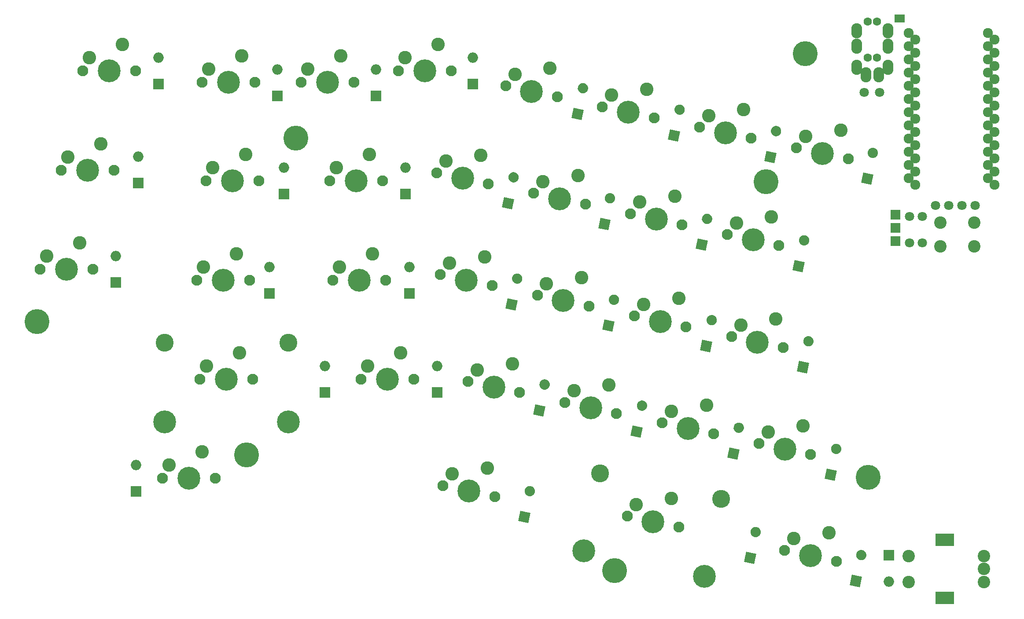
<source format=gbs>
G04 #@! TF.GenerationSoftware,KiCad,Pcbnew,(5.1.6)-1*
G04 #@! TF.CreationDate,2020-10-03T18:09:44-07:00*
G04 #@! TF.ProjectId,Alipt-Keyboard-Left,416c6970-742d-44b6-9579-626f6172642d,rev?*
G04 #@! TF.SameCoordinates,Original*
G04 #@! TF.FileFunction,Soldermask,Bot*
G04 #@! TF.FilePolarity,Negative*
%FSLAX46Y46*%
G04 Gerber Fmt 4.6, Leading zero omitted, Abs format (unit mm)*
G04 Created by KiCad (PCBNEW (5.1.6)-1) date 2020-10-03 18:09:44*
%MOMM*%
%LPD*%
G01*
G04 APERTURE LIST*
%ADD10C,4.800000*%
%ADD11C,2.600000*%
%ADD12C,4.400000*%
%ADD13C,2.100000*%
%ADD14C,1.924000*%
%ADD15O,2.000000X2.000000*%
%ADD16R,2.000000X2.000000*%
%ADD17C,0.100000*%
%ADD18R,1.924000X1.924000*%
%ADD19O,2.100000X2.900000*%
%ADD20C,1.600000*%
%ADD21C,1.797000*%
%ADD22C,3.450000*%
%ADD23C,2.400000*%
%ADD24R,3.600000X2.400000*%
%ADD25R,1.035000X1.543000*%
G04 APERTURE END LIST*
D10*
X151638000Y-150368000D03*
X40513004Y-102489003D03*
D11*
X192849500Y-143065500D03*
X186110167Y-144229756D03*
D12*
X189308814Y-147506394D03*
D13*
X184339824Y-146450203D03*
X194277804Y-148562586D03*
D10*
X188277500Y-50927000D03*
X180721000Y-75501500D03*
X90360504Y-67119500D03*
X80835496Y-128142993D03*
X200405991Y-132397505D03*
D14*
X223399500Y-46952000D03*
X223399500Y-49492000D03*
X223399500Y-52032000D03*
X223399500Y-54572000D03*
X223399500Y-57112000D03*
X223399500Y-59652000D03*
X223399500Y-62192000D03*
X223399500Y-64732000D03*
X223399500Y-67272000D03*
X223399500Y-69812000D03*
X223399500Y-72352000D03*
X223399500Y-74892000D03*
X208159500Y-74892000D03*
X208159500Y-72352000D03*
X208159500Y-69812000D03*
X208159500Y-67272000D03*
X208159500Y-64732000D03*
X208159500Y-62192000D03*
X208159500Y-59652000D03*
X208159500Y-57112000D03*
X208159500Y-54572000D03*
X208159500Y-52032000D03*
X208159500Y-49492000D03*
X208159500Y-46952000D03*
X224698315Y-58307745D03*
X224698315Y-63387745D03*
X209458315Y-48147745D03*
X224698315Y-50687745D03*
X224698315Y-73547745D03*
X209458315Y-76087745D03*
X224698315Y-65927745D03*
X224698315Y-68467745D03*
X209458315Y-65927745D03*
X209458315Y-71007745D03*
X209458315Y-58307745D03*
X209458315Y-55767745D03*
X209458315Y-50687745D03*
X209458315Y-60847745D03*
X224698315Y-76087745D03*
X209458315Y-68467745D03*
X224698315Y-48147745D03*
X224698315Y-53227745D03*
X209458315Y-73547745D03*
X224698315Y-55767745D03*
X224698315Y-60847745D03*
X209458315Y-63387745D03*
X224698315Y-71007745D03*
X209458315Y-53227745D03*
D15*
X204406500Y-152527000D03*
D16*
X204406500Y-147447000D03*
G36*
G01*
X198851327Y-148373411D02*
X198851327Y-148373411D01*
G75*
G02*
X198081091Y-147187351I207912J978148D01*
G01*
X198081091Y-147187351D01*
G75*
G02*
X199267151Y-146417115I978148J-207912D01*
G01*
X199267151Y-146417115D01*
G75*
G02*
X200037387Y-147603175I-207912J-978148D01*
G01*
X200037387Y-147603175D01*
G75*
G02*
X198851327Y-148373411I-978148J207912D01*
G01*
G37*
D17*
G36*
X198773284Y-153550312D02*
G01*
X196816989Y-153134489D01*
X197232812Y-151178194D01*
X199189107Y-151594017D01*
X198773284Y-153550312D01*
G37*
G36*
G01*
X178531327Y-143928411D02*
X178531327Y-143928411D01*
G75*
G02*
X177761091Y-142742351I207912J978148D01*
G01*
X177761091Y-142742351D01*
G75*
G02*
X178947151Y-141972115I978148J-207912D01*
G01*
X178947151Y-141972115D01*
G75*
G02*
X179717387Y-143158175I-207912J-978148D01*
G01*
X179717387Y-143158175D01*
G75*
G02*
X178531327Y-143928411I-978148J207912D01*
G01*
G37*
G36*
X178453284Y-149105312D02*
G01*
X176496989Y-148689489D01*
X176912812Y-146733194D01*
X178869107Y-147149017D01*
X178453284Y-149105312D01*
G37*
G36*
G01*
X135097327Y-136054411D02*
X135097327Y-136054411D01*
G75*
G02*
X134327091Y-134868351I207912J978148D01*
G01*
X134327091Y-134868351D01*
G75*
G02*
X135513151Y-134098115I978148J-207912D01*
G01*
X135513151Y-134098115D01*
G75*
G02*
X136283387Y-135284175I-207912J-978148D01*
G01*
X136283387Y-135284175D01*
G75*
G02*
X135097327Y-136054411I-978148J207912D01*
G01*
G37*
G36*
X135019284Y-141231312D02*
G01*
X133062989Y-140815489D01*
X133478812Y-138859194D01*
X135435107Y-139275017D01*
X135019284Y-141231312D01*
G37*
D15*
X59626500Y-130048000D03*
D16*
X59626500Y-135128000D03*
G36*
G01*
X194025327Y-127926411D02*
X194025327Y-127926411D01*
G75*
G02*
X193255091Y-126740351I207912J978148D01*
G01*
X193255091Y-126740351D01*
G75*
G02*
X194441151Y-125970115I978148J-207912D01*
G01*
X194441151Y-125970115D01*
G75*
G02*
X195211387Y-127156175I-207912J-978148D01*
G01*
X195211387Y-127156175D01*
G75*
G02*
X194025327Y-127926411I-978148J207912D01*
G01*
G37*
D17*
G36*
X193947284Y-133103312D02*
G01*
X191990989Y-132687489D01*
X192406812Y-130731194D01*
X194363107Y-131147017D01*
X193947284Y-133103312D01*
G37*
G36*
G01*
X175292827Y-123862411D02*
X175292827Y-123862411D01*
G75*
G02*
X174522591Y-122676351I207912J978148D01*
G01*
X174522591Y-122676351D01*
G75*
G02*
X175708651Y-121906115I978148J-207912D01*
G01*
X175708651Y-121906115D01*
G75*
G02*
X176478887Y-123092175I-207912J-978148D01*
G01*
X176478887Y-123092175D01*
G75*
G02*
X175292827Y-123862411I-978148J207912D01*
G01*
G37*
G36*
X175214784Y-129039312D02*
G01*
X173258489Y-128623489D01*
X173674312Y-126667194D01*
X175630607Y-127083017D01*
X175214784Y-129039312D01*
G37*
G36*
G01*
X156687327Y-119607911D02*
X156687327Y-119607911D01*
G75*
G02*
X155917091Y-118421851I207912J978148D01*
G01*
X155917091Y-118421851D01*
G75*
G02*
X157103151Y-117651615I978148J-207912D01*
G01*
X157103151Y-117651615D01*
G75*
G02*
X157873387Y-118837675I-207912J-978148D01*
G01*
X157873387Y-118837675D01*
G75*
G02*
X156687327Y-119607911I-978148J207912D01*
G01*
G37*
G36*
X156609284Y-124784812D02*
G01*
X154652989Y-124368989D01*
X155068812Y-122412694D01*
X157025107Y-122828517D01*
X156609284Y-124784812D01*
G37*
G36*
G01*
X137954827Y-115543911D02*
X137954827Y-115543911D01*
G75*
G02*
X137184591Y-114357851I207912J978148D01*
G01*
X137184591Y-114357851D01*
G75*
G02*
X138370651Y-113587615I978148J-207912D01*
G01*
X138370651Y-113587615D01*
G75*
G02*
X139140887Y-114773675I-207912J-978148D01*
G01*
X139140887Y-114773675D01*
G75*
G02*
X137954827Y-115543911I-978148J207912D01*
G01*
G37*
G36*
X137876784Y-120720812D02*
G01*
X135920489Y-120304989D01*
X136336312Y-118348694D01*
X138292607Y-118764517D01*
X137876784Y-120720812D01*
G37*
D15*
X117475000Y-110998000D03*
D16*
X117475000Y-116078000D03*
D15*
X95885000Y-110998000D03*
D16*
X95885000Y-116078000D03*
D15*
X55689500Y-89852500D03*
D16*
X55689500Y-94932500D03*
G36*
G01*
X188691327Y-107225411D02*
X188691327Y-107225411D01*
G75*
G02*
X187921091Y-106039351I207912J978148D01*
G01*
X187921091Y-106039351D01*
G75*
G02*
X189107151Y-105269115I978148J-207912D01*
G01*
X189107151Y-105269115D01*
G75*
G02*
X189877387Y-106455175I-207912J-978148D01*
G01*
X189877387Y-106455175D01*
G75*
G02*
X188691327Y-107225411I-978148J207912D01*
G01*
G37*
D17*
G36*
X188613284Y-112402312D02*
G01*
X186656989Y-111986489D01*
X187072812Y-110030194D01*
X189029107Y-110446017D01*
X188613284Y-112402312D01*
G37*
G36*
G01*
X170085827Y-103161411D02*
X170085827Y-103161411D01*
G75*
G02*
X169315591Y-101975351I207912J978148D01*
G01*
X169315591Y-101975351D01*
G75*
G02*
X170501651Y-101205115I978148J-207912D01*
G01*
X170501651Y-101205115D01*
G75*
G02*
X171271887Y-102391175I-207912J-978148D01*
G01*
X171271887Y-102391175D01*
G75*
G02*
X170085827Y-103161411I-978148J207912D01*
G01*
G37*
G36*
X170007784Y-108338312D02*
G01*
X168051489Y-107922489D01*
X168467312Y-105966194D01*
X170423607Y-106382017D01*
X170007784Y-108338312D01*
G37*
G36*
G01*
X151289827Y-99224411D02*
X151289827Y-99224411D01*
G75*
G02*
X150519591Y-98038351I207912J978148D01*
G01*
X150519591Y-98038351D01*
G75*
G02*
X151705651Y-97268115I978148J-207912D01*
G01*
X151705651Y-97268115D01*
G75*
G02*
X152475887Y-98454175I-207912J-978148D01*
G01*
X152475887Y-98454175D01*
G75*
G02*
X151289827Y-99224411I-978148J207912D01*
G01*
G37*
G36*
X151211784Y-104401312D02*
G01*
X149255489Y-103985489D01*
X149671312Y-102029194D01*
X151627607Y-102445017D01*
X151211784Y-104401312D01*
G37*
G36*
G01*
X132684327Y-95160411D02*
X132684327Y-95160411D01*
G75*
G02*
X131914091Y-93974351I207912J978148D01*
G01*
X131914091Y-93974351D01*
G75*
G02*
X133100151Y-93204115I978148J-207912D01*
G01*
X133100151Y-93204115D01*
G75*
G02*
X133870387Y-94390175I-207912J-978148D01*
G01*
X133870387Y-94390175D01*
G75*
G02*
X132684327Y-95160411I-978148J207912D01*
G01*
G37*
G36*
X132606284Y-100337312D02*
G01*
X130649989Y-99921489D01*
X131065812Y-97965194D01*
X133022107Y-98381017D01*
X132606284Y-100337312D01*
G37*
D15*
X112204500Y-91948000D03*
D16*
X112204500Y-97028000D03*
D15*
X85280500Y-91948000D03*
D16*
X85280500Y-97028000D03*
D15*
X60007500Y-70675500D03*
D16*
X60007500Y-75755500D03*
G36*
G01*
X187865827Y-87794411D02*
X187865827Y-87794411D01*
G75*
G02*
X187095591Y-86608351I207912J978148D01*
G01*
X187095591Y-86608351D01*
G75*
G02*
X188281651Y-85838115I978148J-207912D01*
G01*
X188281651Y-85838115D01*
G75*
G02*
X189051887Y-87024175I-207912J-978148D01*
G01*
X189051887Y-87024175D01*
G75*
G02*
X187865827Y-87794411I-978148J207912D01*
G01*
G37*
D17*
G36*
X187787784Y-92971312D02*
G01*
X185831489Y-92555489D01*
X186247312Y-90599194D01*
X188203607Y-91015017D01*
X187787784Y-92971312D01*
G37*
G36*
G01*
X169196827Y-83666911D02*
X169196827Y-83666911D01*
G75*
G02*
X168426591Y-82480851I207912J978148D01*
G01*
X168426591Y-82480851D01*
G75*
G02*
X169612651Y-81710615I978148J-207912D01*
G01*
X169612651Y-81710615D01*
G75*
G02*
X170382887Y-82896675I-207912J-978148D01*
G01*
X170382887Y-82896675D01*
G75*
G02*
X169196827Y-83666911I-978148J207912D01*
G01*
G37*
G36*
X169118784Y-88843812D02*
G01*
X167162489Y-88427989D01*
X167578312Y-86471694D01*
X169534607Y-86887517D01*
X169118784Y-88843812D01*
G37*
G36*
G01*
X150517779Y-79702158D02*
X150517779Y-79702158D01*
G75*
G02*
X149747543Y-78516098I207912J978148D01*
G01*
X149747543Y-78516098D01*
G75*
G02*
X150933603Y-77745862I978148J-207912D01*
G01*
X150933603Y-77745862D01*
G75*
G02*
X151703839Y-78931922I-207912J-978148D01*
G01*
X151703839Y-78931922D01*
G75*
G02*
X150517779Y-79702158I-978148J207912D01*
G01*
G37*
G36*
X150439736Y-84879059D02*
G01*
X148483441Y-84463236D01*
X148899264Y-82506941D01*
X150855559Y-82922764D01*
X150439736Y-84879059D01*
G37*
G36*
G01*
X131985827Y-75665911D02*
X131985827Y-75665911D01*
G75*
G02*
X131215591Y-74479851I207912J978148D01*
G01*
X131215591Y-74479851D01*
G75*
G02*
X132401651Y-73709615I978148J-207912D01*
G01*
X132401651Y-73709615D01*
G75*
G02*
X133171887Y-74895675I-207912J-978148D01*
G01*
X133171887Y-74895675D01*
G75*
G02*
X131985827Y-75665911I-978148J207912D01*
G01*
G37*
G36*
X131907784Y-80842812D02*
G01*
X129951489Y-80426989D01*
X130367312Y-78470694D01*
X132323607Y-78886517D01*
X131907784Y-80842812D01*
G37*
D16*
X111442500Y-77914500D03*
D15*
X111442500Y-72834500D03*
X88011000Y-72834500D03*
D16*
X88011000Y-77914500D03*
D15*
X63944500Y-51689000D03*
D16*
X63944500Y-56769000D03*
G36*
G01*
X201073827Y-70966911D02*
X201073827Y-70966911D01*
G75*
G02*
X200303591Y-69780851I207912J978148D01*
G01*
X200303591Y-69780851D01*
G75*
G02*
X201489651Y-69010615I978148J-207912D01*
G01*
X201489651Y-69010615D01*
G75*
G02*
X202259887Y-70196675I-207912J-978148D01*
G01*
X202259887Y-70196675D01*
G75*
G02*
X201073827Y-70966911I-978148J207912D01*
G01*
G37*
D17*
G36*
X200995784Y-76143812D02*
G01*
X199039489Y-75727989D01*
X199455312Y-73771694D01*
X201411607Y-74187517D01*
X200995784Y-76143812D01*
G37*
G36*
G01*
X182468327Y-66775911D02*
X182468327Y-66775911D01*
G75*
G02*
X181698091Y-65589851I207912J978148D01*
G01*
X181698091Y-65589851D01*
G75*
G02*
X182884151Y-64819615I978148J-207912D01*
G01*
X182884151Y-64819615D01*
G75*
G02*
X183654387Y-66005675I-207912J-978148D01*
G01*
X183654387Y-66005675D01*
G75*
G02*
X182468327Y-66775911I-978148J207912D01*
G01*
G37*
G36*
X182390284Y-71952812D02*
G01*
X180433989Y-71536989D01*
X180849812Y-69580694D01*
X182806107Y-69996517D01*
X182390284Y-71952812D01*
G37*
G36*
G01*
X163926327Y-62648411D02*
X163926327Y-62648411D01*
G75*
G02*
X163156091Y-61462351I207912J978148D01*
G01*
X163156091Y-61462351D01*
G75*
G02*
X164342151Y-60692115I978148J-207912D01*
G01*
X164342151Y-60692115D01*
G75*
G02*
X165112387Y-61878175I-207912J-978148D01*
G01*
X165112387Y-61878175D01*
G75*
G02*
X163926327Y-62648411I-978148J207912D01*
G01*
G37*
G36*
X163848284Y-67825312D02*
G01*
X161891989Y-67409489D01*
X162307812Y-65453194D01*
X164264107Y-65869017D01*
X163848284Y-67825312D01*
G37*
G36*
G01*
X145320827Y-58520911D02*
X145320827Y-58520911D01*
G75*
G02*
X144550591Y-57334851I207912J978148D01*
G01*
X144550591Y-57334851D01*
G75*
G02*
X145736651Y-56564615I978148J-207912D01*
G01*
X145736651Y-56564615D01*
G75*
G02*
X146506887Y-57750675I-207912J-978148D01*
G01*
X146506887Y-57750675D01*
G75*
G02*
X145320827Y-58520911I-978148J207912D01*
G01*
G37*
G36*
X145242784Y-63697812D02*
G01*
X143286489Y-63281989D01*
X143702312Y-61325694D01*
X145658607Y-61741517D01*
X145242784Y-63697812D01*
G37*
D15*
X124396500Y-51689000D03*
D16*
X124396500Y-56769000D03*
D15*
X105727500Y-53911500D03*
D16*
X105727500Y-58991500D03*
D15*
X86741000Y-53911500D03*
D16*
X86741000Y-58991500D03*
D11*
X78867000Y-89408000D03*
X72517000Y-91948000D03*
D12*
X76327000Y-94488000D03*
D13*
X71247000Y-94488000D03*
X81407000Y-94488000D03*
D18*
X205676500Y-86991500D03*
X205676500Y-84391500D03*
X205676500Y-81891500D03*
D19*
X199957000Y-54980000D03*
X204157000Y-53480000D03*
X204157000Y-49480000D03*
X204157000Y-46480000D03*
D20*
X202057000Y-51680000D03*
X202057000Y-44680000D03*
D19*
X198207000Y-49480000D03*
X198207000Y-46480000D03*
X202407000Y-54980000D03*
X198207000Y-53480000D03*
D20*
X200307000Y-44680000D03*
X200307000Y-51680000D03*
D21*
X213360000Y-80073500D03*
X215900000Y-80073500D03*
X218440000Y-80073500D03*
X220980000Y-80073500D03*
X202565008Y-58356500D03*
X199644000Y-58356502D03*
X208328217Y-82232459D03*
X208328217Y-87312459D03*
X210826951Y-87312463D03*
X210826951Y-82232463D03*
D13*
X82486500Y-56388000D03*
X72326500Y-56388000D03*
D12*
X77406500Y-56388000D03*
D11*
X73596500Y-53848000D03*
X79946500Y-51308000D03*
D13*
X101536500Y-56388000D03*
X91376500Y-56388000D03*
D12*
X96456500Y-56388000D03*
D11*
X92646500Y-53848000D03*
X98996500Y-51308000D03*
X117665500Y-49149000D03*
X111315500Y-51689000D03*
D12*
X115125500Y-54229000D03*
D13*
X110045500Y-54229000D03*
X120205500Y-54229000D03*
X140620304Y-59218086D03*
X130682324Y-57105703D03*
D12*
X135651314Y-58161894D03*
D11*
X132452667Y-54885256D03*
X139192000Y-53721000D03*
D13*
X159225804Y-63218586D03*
X149287824Y-61106203D03*
D12*
X154256814Y-62162394D03*
D11*
X151058167Y-58885756D03*
X157797500Y-57721500D03*
X176466500Y-61658500D03*
X169727167Y-62822756D03*
D12*
X172925814Y-66099394D03*
D13*
X167956824Y-65043203D03*
X177894804Y-67155586D03*
D11*
X195135500Y-65659000D03*
X188396167Y-66823256D03*
D12*
X191594814Y-70099894D03*
D13*
X186625824Y-69043703D03*
X196563804Y-71156086D03*
D11*
X56959500Y-49149000D03*
X50609500Y-51689000D03*
D12*
X54419500Y-54229000D03*
D13*
X49339500Y-54229000D03*
X59499500Y-54229000D03*
X83185000Y-75374500D03*
X73025000Y-75374500D03*
D12*
X78105000Y-75374500D03*
D11*
X74295000Y-72834500D03*
X80645000Y-70294500D03*
D13*
X106997500Y-75374500D03*
X96837500Y-75374500D03*
D12*
X101917500Y-75374500D03*
D11*
X98107500Y-72834500D03*
X104457500Y-70294500D03*
X125920500Y-70421500D03*
X119181167Y-71585756D03*
D12*
X122379814Y-74862394D03*
D13*
X117410824Y-73806203D03*
X127348804Y-75918586D03*
D11*
X144589500Y-74358500D03*
X137850167Y-75522756D03*
D12*
X141048814Y-78799394D03*
D13*
X136079824Y-77743203D03*
X146017804Y-79855586D03*
D11*
X163179686Y-78299606D03*
X156440353Y-79463862D03*
D12*
X159639000Y-82740500D03*
D13*
X154670010Y-81684309D03*
X164607990Y-83796692D03*
X183228804Y-87793086D03*
X173290824Y-85680703D03*
D12*
X178259814Y-86736894D03*
D11*
X175061167Y-83460256D03*
X181800500Y-82296000D03*
D13*
X55372000Y-73342500D03*
X45212000Y-73342500D03*
D12*
X50292000Y-73342500D03*
D11*
X46482000Y-70802500D03*
X52832000Y-68262500D03*
D13*
X107632500Y-94488000D03*
X97472500Y-94488000D03*
D12*
X102552500Y-94488000D03*
D11*
X98742500Y-91948000D03*
X105092500Y-89408000D03*
X126619000Y-90043000D03*
X119879667Y-91207256D03*
D12*
X123078314Y-94483894D03*
D13*
X118109324Y-93427703D03*
X128047304Y-95540086D03*
X146700990Y-99481192D03*
X136763010Y-97368809D03*
D12*
X141732000Y-98425000D03*
D11*
X138533353Y-95148362D03*
X145272686Y-93984106D03*
D13*
X165369990Y-103481692D03*
X155432010Y-101369309D03*
D12*
X160401000Y-102425500D03*
D11*
X157202353Y-99148862D03*
X163941686Y-97984606D03*
X182626000Y-101981000D03*
X175886667Y-103145256D03*
D12*
X179085314Y-106421894D03*
D13*
X174116324Y-105365703D03*
X184054304Y-107478086D03*
D11*
X48768000Y-87312500D03*
X42418000Y-89852500D03*
D12*
X46228000Y-92392500D03*
D13*
X41148000Y-92392500D03*
X51308000Y-92392500D03*
D22*
X88862000Y-106538000D03*
X65062000Y-106538000D03*
D12*
X65062000Y-121778000D03*
X88862000Y-121778000D03*
D13*
X82042000Y-113538000D03*
X71882000Y-113538000D03*
D12*
X76962000Y-113538000D03*
D11*
X73152000Y-110998000D03*
X79502000Y-108458000D03*
D13*
X113030000Y-113538000D03*
X102870000Y-113538000D03*
D12*
X107950000Y-113538000D03*
D11*
X104140000Y-110998000D03*
X110490000Y-108458000D03*
D13*
X133365990Y-116118192D03*
X123428010Y-114005809D03*
D12*
X128397000Y-115062000D03*
D11*
X125198353Y-111785362D03*
X131937686Y-110621106D03*
X150558500Y-114617500D03*
X143819167Y-115781756D03*
D12*
X147017814Y-119058394D03*
D13*
X142048824Y-118002203D03*
X151986804Y-120114586D03*
X170703990Y-124051586D03*
X160766010Y-121939203D03*
D12*
X165735000Y-122995394D03*
D11*
X162536353Y-119718756D03*
X169275686Y-118554500D03*
X187896500Y-122555000D03*
X181157167Y-123719256D03*
D12*
X184355814Y-126995894D03*
D13*
X179386824Y-125939703D03*
X189324804Y-128052086D03*
D11*
X72326500Y-127508000D03*
X65976500Y-130048000D03*
D12*
X69786500Y-132588000D03*
D13*
X64706500Y-132588000D03*
X74866500Y-132588000D03*
D11*
X127127000Y-130619500D03*
X120387667Y-131783756D03*
D12*
X123586314Y-135060394D03*
D13*
X118617324Y-134004203D03*
X128555304Y-136116586D03*
D11*
X162544686Y-136529106D03*
X155805353Y-137693362D03*
D12*
X159004000Y-140970000D03*
D13*
X154035010Y-139913809D03*
X163972990Y-142026192D03*
D12*
X168930764Y-151504085D03*
X145650851Y-146555787D03*
D22*
X148819425Y-131648818D03*
X172099338Y-136597116D03*
D23*
X222638000Y-152550500D03*
X222638000Y-150050500D03*
X222638000Y-147550500D03*
D24*
X215138000Y-155650500D03*
X215138000Y-144450500D03*
D23*
X208138000Y-152550500D03*
X208138000Y-147550500D03*
D25*
X205938120Y-44132500D03*
X206938880Y-44132500D03*
D23*
X214249000Y-87939000D03*
X214249000Y-83439000D03*
X220749000Y-87939000D03*
X220749000Y-83439000D03*
M02*

</source>
